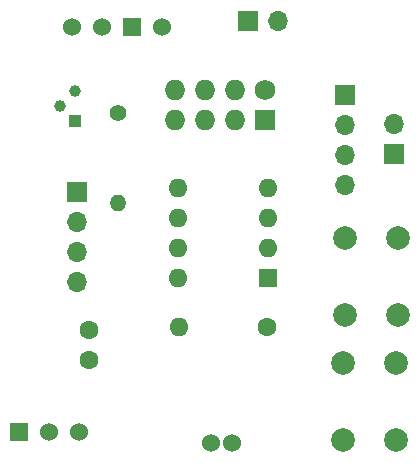
<source format=gbr>
G04 #@! TF.GenerationSoftware,KiCad,Pcbnew,5.0.0-fee4fd1~66~ubuntu16.04.1*
G04 #@! TF.CreationDate,2018-08-17T12:07:40+02:00*
G04 #@! TF.ProjectId,Garden_Guardian,47617264656E5F477561726469616E2E,rev?*
G04 #@! TF.SameCoordinates,Original*
G04 #@! TF.FileFunction,Soldermask,Bot*
G04 #@! TF.FilePolarity,Negative*
%FSLAX46Y46*%
G04 Gerber Fmt 4.6, Leading zero omitted, Abs format (unit mm)*
G04 Created by KiCad (PCBNEW 5.0.0-fee4fd1~66~ubuntu16.04.1) date Fri Aug 17 12:07:40 2018*
%MOMM*%
%LPD*%
G01*
G04 APERTURE LIST*
%ADD10C,1.524000*%
%ADD11R,1.524000X1.524000*%
%ADD12O,1.600000X1.600000*%
%ADD13C,1.600000*%
%ADD14O,1.700000X1.700000*%
%ADD15R,1.700000X1.700000*%
%ADD16R,1.000000X1.000000*%
%ADD17C,1.000000*%
%ADD18C,2.000000*%
%ADD19C,1.727200*%
%ADD20R,1.727200X1.727200*%
%ADD21O,1.727200X1.727200*%
%ADD22R,1.600000X1.600000*%
%ADD23C,1.400000*%
%ADD24O,1.400000X1.400000*%
G04 APERTURE END LIST*
D10*
G04 #@! TO.C,U103*
X150320000Y-75696000D03*
X152860000Y-75696000D03*
D11*
X155400000Y-75696000D03*
D10*
X157940000Y-75696000D03*
G04 #@! TD*
G04 #@! TO.C,U104*
X150882000Y-109975000D03*
X148342000Y-109975000D03*
D11*
X145802000Y-109975000D03*
G04 #@! TD*
D12*
G04 #@! TO.C,C101*
X159310000Y-101070000D03*
D13*
X166810000Y-101070000D03*
G04 #@! TD*
D14*
G04 #@! TO.C,J101*
X167750000Y-75210000D03*
D15*
X165210000Y-75210000D03*
G04 #@! TD*
G04 #@! TO.C,J102*
X173410000Y-81480000D03*
D14*
X173410000Y-84020000D03*
X173410000Y-86560000D03*
X173410000Y-89100000D03*
G04 #@! TD*
G04 #@! TO.C,J103*
X150680000Y-97250000D03*
X150680000Y-94710000D03*
X150680000Y-92170000D03*
D15*
X150680000Y-89630000D03*
G04 #@! TD*
D14*
G04 #@! TO.C,JP101*
X177540000Y-83860000D03*
D15*
X177540000Y-86400000D03*
G04 #@! TD*
D16*
G04 #@! TO.C,Q101*
X150580000Y-83610000D03*
D17*
X150580000Y-81070000D03*
X149310000Y-82340000D03*
G04 #@! TD*
D18*
G04 #@! TO.C,SW101*
X173230000Y-104160000D03*
X177730000Y-104160000D03*
X173230000Y-110660000D03*
X177730000Y-110660000D03*
G04 #@! TD*
G04 #@! TO.C,SW102*
X177920000Y-100050000D03*
X173420000Y-100050000D03*
X177920000Y-93550000D03*
X173420000Y-93550000D03*
G04 #@! TD*
D19*
G04 #@! TO.C,U101*
X166630000Y-81010000D03*
D20*
X166630000Y-83550000D03*
D21*
X164090000Y-81010000D03*
X164090000Y-83550000D03*
X161550000Y-81010000D03*
X161550000Y-83550000D03*
X159010000Y-81010000D03*
X159010000Y-83550000D03*
G04 #@! TD*
D12*
G04 #@! TO.C,U102*
X159300000Y-96970000D03*
X166920000Y-89350000D03*
X159300000Y-94430000D03*
X166920000Y-91890000D03*
X159300000Y-91890000D03*
X166920000Y-94430000D03*
X159300000Y-89350000D03*
D22*
X166920000Y-96970000D03*
G04 #@! TD*
D23*
G04 #@! TO.C,R109*
X154180000Y-83000000D03*
D24*
X154180000Y-90620000D03*
G04 #@! TD*
D13*
G04 #@! TO.C,R102*
X151730000Y-103850000D03*
X151730000Y-101310000D03*
G04 #@! TD*
D10*
G04 #@! TO.C,U106*
X163799000Y-110908000D03*
X162021000Y-110908000D03*
G04 #@! TD*
M02*

</source>
